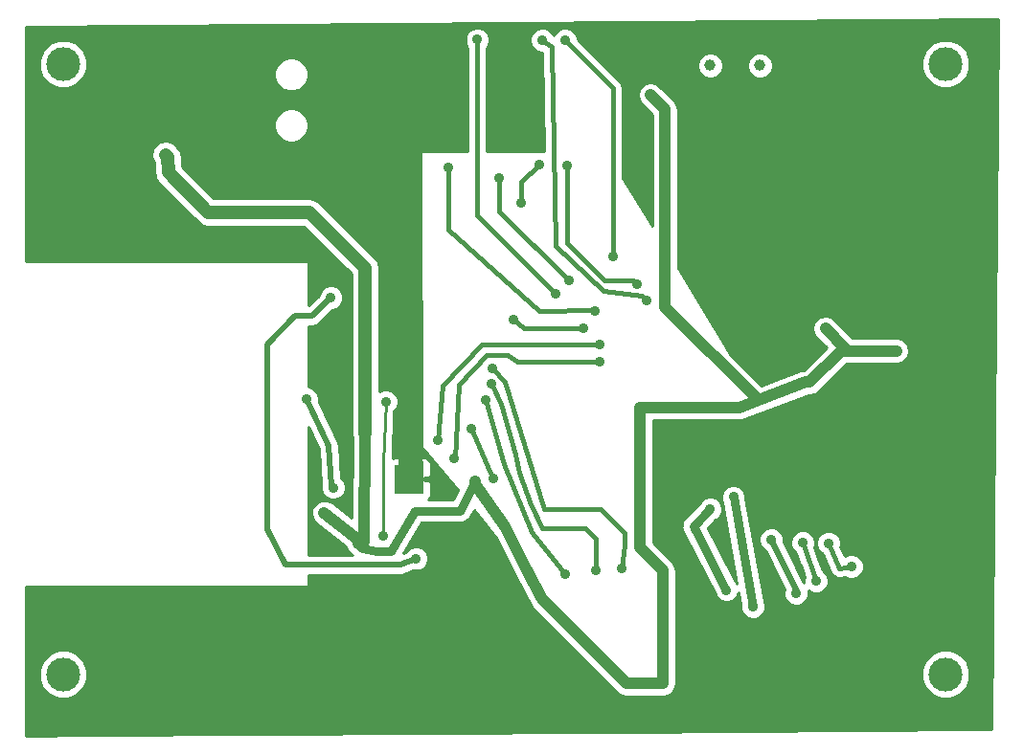
<source format=gbl>
G04 (created by PCBNEW (2013-08-24 BZR 4298)-stable) date Tue 08 Oct 2013 10:17:30 PM PDT*
%MOIN*%
G04 Gerber Fmt 3.4, Leading zero omitted, Abs format*
%FSLAX34Y34*%
G01*
G70*
G90*
G04 APERTURE LIST*
%ADD10C,0.005906*%
%ADD11C,0.031496*%
%ADD12R,0.098400X0.098400*%
%ADD13C,0.039400*%
%ADD14C,0.118110*%
%ADD15C,0.035000*%
%ADD16C,0.047244*%
%ADD17C,0.039370*%
%ADD18C,0.031496*%
%ADD19C,0.023622*%
%ADD20C,0.009843*%
%ADD21C,0.015748*%
%ADD22C,0.019685*%
%ADD23C,0.010000*%
G04 APERTURE END LIST*
G54D10*
G54D11*
X26618Y-42019D03*
X26318Y-41719D03*
X26318Y-42319D03*
X26918Y-41719D03*
X26918Y-42319D03*
G54D12*
X26618Y-42019D03*
G54D13*
X37076Y-27608D03*
X38808Y-27608D03*
G54D14*
X45275Y-27559D03*
X45275Y-48818D03*
X14566Y-48818D03*
X14566Y-27559D03*
G54D15*
X24984Y-44240D03*
X41090Y-36779D03*
X35003Y-28645D03*
X43570Y-37551D03*
X18133Y-30720D03*
X35440Y-49149D03*
X40409Y-38649D03*
X28917Y-42106D03*
X25078Y-40440D03*
X23649Y-43200D03*
X25700Y-44000D03*
X25799Y-39330D03*
X27602Y-40665D03*
X33228Y-37338D03*
X28177Y-41307D03*
X33240Y-37933D03*
X29547Y-41984D03*
X28771Y-40251D03*
X22480Y-46350D03*
X38200Y-37539D03*
X37185Y-31035D03*
X45673Y-37303D03*
X41629Y-39921D03*
X19066Y-27181D03*
X42011Y-35011D03*
X41389Y-42657D03*
X37141Y-46618D03*
X35350Y-43322D03*
X27775Y-45724D03*
X41098Y-31291D03*
X26425Y-37311D03*
X30240Y-46409D03*
X37086Y-43070D03*
X37653Y-45885D03*
X37889Y-42649D03*
X38578Y-46468D03*
X23881Y-35700D03*
X26850Y-44791D03*
X34007Y-45141D03*
X29519Y-38157D03*
X33118Y-45196D03*
X29480Y-38700D03*
X32031Y-45318D03*
X29271Y-39251D03*
X40078Y-46003D03*
X39208Y-44129D03*
X40303Y-44236D03*
X40771Y-45570D03*
X41204Y-44251D03*
X42000Y-45066D03*
X33055Y-36177D03*
X27984Y-31173D03*
X32031Y-26728D03*
X33704Y-34259D03*
X32681Y-36771D03*
X30228Y-36476D03*
X32165Y-35098D03*
X29751Y-31531D03*
X31708Y-35567D03*
X28980Y-26716D03*
X31129Y-31070D03*
X30519Y-32409D03*
X34854Y-35803D03*
X31244Y-26728D03*
X34539Y-35220D03*
X32098Y-31086D03*
X23039Y-39240D03*
X23968Y-42322D03*
G54D16*
X25078Y-34669D02*
X25078Y-40440D01*
G54D17*
X41779Y-37468D02*
X41779Y-37551D01*
X41090Y-36779D02*
X41779Y-37468D01*
X35440Y-49149D02*
X35440Y-45204D01*
X34649Y-44413D02*
X34649Y-39531D01*
X35440Y-45204D02*
X34649Y-44413D01*
X35507Y-36031D02*
X38759Y-39282D01*
X35507Y-29149D02*
X35507Y-36031D01*
X35003Y-28645D02*
X35507Y-29149D01*
X40409Y-38649D02*
X40551Y-38649D01*
X40551Y-38649D02*
X41649Y-37551D01*
X41649Y-37551D02*
X41779Y-37551D01*
X41779Y-37551D02*
X43570Y-37551D01*
G54D16*
X23145Y-32736D02*
X25078Y-34669D01*
X19610Y-32736D02*
X23145Y-32736D01*
X18224Y-31350D02*
X19610Y-32736D01*
X18208Y-30795D02*
X18224Y-31350D01*
X18133Y-30720D02*
X18208Y-30795D01*
G54D17*
X28917Y-42106D02*
X28917Y-42204D01*
X28917Y-42204D02*
X29933Y-43665D01*
X29933Y-43665D02*
X30129Y-44051D01*
X30129Y-44051D02*
X30661Y-45129D01*
X30661Y-45129D02*
X31228Y-46208D01*
X31228Y-46208D02*
X34169Y-49149D01*
X34169Y-49149D02*
X35440Y-49149D01*
X34649Y-39531D02*
X38110Y-39531D01*
X38110Y-39531D02*
X38759Y-39282D01*
X38759Y-39282D02*
X40409Y-38649D01*
G54D18*
X28917Y-42106D02*
X28381Y-43133D01*
X28381Y-43133D02*
X26807Y-43125D01*
X26807Y-43125D02*
X25972Y-44539D01*
X25972Y-44539D02*
X25456Y-44539D01*
X25456Y-44539D02*
X24984Y-44421D01*
X24984Y-44421D02*
X24877Y-44350D01*
X24877Y-44350D02*
X24984Y-44240D01*
G54D19*
X24996Y-44263D02*
X24826Y-44267D01*
X24996Y-44251D02*
X24996Y-44263D01*
X24984Y-44240D02*
X24996Y-44251D01*
G54D17*
X25082Y-40437D02*
X25082Y-40425D01*
X25043Y-44204D02*
X24826Y-44267D01*
X25082Y-40425D02*
X25043Y-44204D01*
X25078Y-40440D02*
X25082Y-40437D01*
X24826Y-44267D02*
X24992Y-44255D01*
X24992Y-44255D02*
X23649Y-43200D01*
G54D20*
X25720Y-41449D02*
X25700Y-44000D01*
X25799Y-39330D02*
X25720Y-41449D01*
G54D21*
X27602Y-40665D02*
X27614Y-40653D01*
X27614Y-40653D02*
X27759Y-38759D01*
X27759Y-38759D02*
X29149Y-37350D01*
X29149Y-37350D02*
X33228Y-37338D01*
X28177Y-41307D02*
X28188Y-41295D01*
X28188Y-41295D02*
X28338Y-38720D01*
X28338Y-38720D02*
X29307Y-37696D01*
X29307Y-37696D02*
X30027Y-37696D01*
X30027Y-37696D02*
X30374Y-37933D01*
X30374Y-37933D02*
X33240Y-37933D01*
X29401Y-41748D02*
X29547Y-41984D01*
X28771Y-40251D02*
X29401Y-41748D01*
G54D17*
X26918Y-41719D02*
X26918Y-41453D01*
X26918Y-41453D02*
X26425Y-40960D01*
X26425Y-37311D02*
X26425Y-40960D01*
X26425Y-40960D02*
X26425Y-41612D01*
X26425Y-41612D02*
X26318Y-41719D01*
G54D22*
X22480Y-46350D02*
X22468Y-46350D01*
G54D20*
X38200Y-37539D02*
X38200Y-37527D01*
G54D17*
X45673Y-37303D02*
X45673Y-37275D01*
G54D20*
X41629Y-39921D02*
X41629Y-39909D01*
G54D17*
X20488Y-27811D02*
X19696Y-27811D01*
X19696Y-27811D02*
X19066Y-27181D01*
G54D22*
X42011Y-35011D02*
X42019Y-35011D01*
X41409Y-42677D02*
X41429Y-42677D01*
X41389Y-42657D02*
X41409Y-42677D01*
X37141Y-46618D02*
X37114Y-46645D01*
G54D20*
X35350Y-43322D02*
X35350Y-43326D01*
G54D21*
X27775Y-45724D02*
X27763Y-45736D01*
X27763Y-45736D02*
X27763Y-45740D01*
G54D18*
X41098Y-31291D02*
X41098Y-31303D01*
G54D17*
X26460Y-37275D02*
X26460Y-37204D01*
X26425Y-37311D02*
X26460Y-37275D01*
G54D18*
X30228Y-46397D02*
X30228Y-46393D01*
X30240Y-46409D02*
X30228Y-46397D01*
X37086Y-43070D02*
X36492Y-43665D01*
X36492Y-43665D02*
X37653Y-45885D01*
X37889Y-42649D02*
X38578Y-46468D01*
G54D22*
X23881Y-35700D02*
X23232Y-36350D01*
X23232Y-36350D02*
X22629Y-36350D01*
X22629Y-36350D02*
X21661Y-37318D01*
X21661Y-37318D02*
X21661Y-43759D01*
X21661Y-43759D02*
X22299Y-45015D01*
X22299Y-45015D02*
X26295Y-45015D01*
X26295Y-45015D02*
X26850Y-44791D01*
G54D21*
X34098Y-44287D02*
X34007Y-45141D01*
X34098Y-43889D02*
X34098Y-44287D01*
X33263Y-43055D02*
X34098Y-43889D01*
X31287Y-43055D02*
X33263Y-43055D01*
X29940Y-38627D02*
X31287Y-43055D01*
X29519Y-38157D02*
X29940Y-38627D01*
X33118Y-44098D02*
X33118Y-45196D01*
X32744Y-43724D02*
X33118Y-44098D01*
X31244Y-43724D02*
X32744Y-43724D01*
X30838Y-42885D02*
X31244Y-43724D01*
X30433Y-41814D02*
X30838Y-42885D01*
X30299Y-41161D02*
X30433Y-41814D01*
X29818Y-39401D02*
X30299Y-41161D01*
X29480Y-38700D02*
X29818Y-39401D01*
X30885Y-43874D02*
X32031Y-45318D01*
X29893Y-41500D02*
X30885Y-43874D01*
X29271Y-39251D02*
X29893Y-41500D01*
G54D22*
X40078Y-45881D02*
X40078Y-46003D01*
X39208Y-44129D02*
X40078Y-45881D01*
G54D21*
X40531Y-44897D02*
X40303Y-44236D01*
X40531Y-44897D02*
X40771Y-45570D01*
X41204Y-44251D02*
X41578Y-45141D01*
X41578Y-45141D02*
X42000Y-45066D01*
X33022Y-36144D02*
X33055Y-36177D01*
X33022Y-36144D02*
X31141Y-36161D01*
X31141Y-36161D02*
X27984Y-33330D01*
X27984Y-33330D02*
X27984Y-31173D01*
X32031Y-26728D02*
X33704Y-28401D01*
X33704Y-28401D02*
X33704Y-34259D01*
X32681Y-36771D02*
X30598Y-36771D01*
X30598Y-36771D02*
X30228Y-36476D01*
X29751Y-32685D02*
X29751Y-31531D01*
X32165Y-35098D02*
X29751Y-32685D01*
X28980Y-32838D02*
X31708Y-35567D01*
X28980Y-32838D02*
X28980Y-26716D01*
X31129Y-31070D02*
X30519Y-31681D01*
X30519Y-31681D02*
X30519Y-32409D01*
X34854Y-35803D02*
X34692Y-35641D01*
X34692Y-35641D02*
X33379Y-35475D01*
X33379Y-35475D02*
X31720Y-33909D01*
X31559Y-26960D02*
X31244Y-26728D01*
X31720Y-33909D02*
X31559Y-26960D01*
X34539Y-35220D02*
X34409Y-35090D01*
X34409Y-35090D02*
X33393Y-35090D01*
X33393Y-35090D02*
X32098Y-33795D01*
X32098Y-33795D02*
X32098Y-31086D01*
G54D22*
X23815Y-40870D02*
X23039Y-39240D01*
X23901Y-42255D02*
X23815Y-40870D01*
X23968Y-42322D02*
X23901Y-42255D01*
G54D10*
G36*
X26694Y-42025D02*
X26642Y-42077D01*
X26594Y-42077D01*
X26560Y-42043D01*
X26560Y-41995D01*
X26612Y-41943D01*
X26618Y-41948D01*
X26623Y-41943D01*
X26694Y-42014D01*
X26688Y-42019D01*
X26694Y-42025D01*
X26694Y-42025D01*
G37*
G54D23*
X26694Y-42025D02*
X26642Y-42077D01*
X26594Y-42077D01*
X26560Y-42043D01*
X26560Y-41995D01*
X26612Y-41943D01*
X26618Y-41948D01*
X26623Y-41943D01*
X26694Y-42014D01*
X26688Y-42019D01*
X26694Y-42025D01*
G54D10*
G36*
X47106Y-25997D02*
X46869Y-50745D01*
X46116Y-50750D01*
X46116Y-48652D01*
X46116Y-27392D01*
X45988Y-27083D01*
X45752Y-26846D01*
X45443Y-26718D01*
X45109Y-26718D01*
X44800Y-26846D01*
X44563Y-27082D01*
X44435Y-27391D01*
X44434Y-27725D01*
X44562Y-28034D01*
X44798Y-28271D01*
X45107Y-28399D01*
X45442Y-28399D01*
X45751Y-28272D01*
X45987Y-28035D01*
X46115Y-27726D01*
X46116Y-27392D01*
X46116Y-48652D01*
X45988Y-48343D01*
X45752Y-48106D01*
X45443Y-47978D01*
X45109Y-47978D01*
X44800Y-48105D01*
X44563Y-48342D01*
X44435Y-48650D01*
X44434Y-48985D01*
X44562Y-49294D01*
X44798Y-49531D01*
X45107Y-49659D01*
X45442Y-49659D01*
X45751Y-49531D01*
X45987Y-49295D01*
X46115Y-48986D01*
X46116Y-48652D01*
X46116Y-50750D01*
X42425Y-50773D01*
X42425Y-44982D01*
X42360Y-44826D01*
X42241Y-44706D01*
X42084Y-44642D01*
X41915Y-44641D01*
X41759Y-44706D01*
X41754Y-44711D01*
X41613Y-44375D01*
X41629Y-44336D01*
X41629Y-44167D01*
X41565Y-44011D01*
X41445Y-43891D01*
X41289Y-43827D01*
X41120Y-43826D01*
X40964Y-43891D01*
X40844Y-44010D01*
X40779Y-44167D01*
X40779Y-44336D01*
X40844Y-44492D01*
X40963Y-44612D01*
X41007Y-44630D01*
X41275Y-45269D01*
X41291Y-45292D01*
X41301Y-45318D01*
X41327Y-45345D01*
X41347Y-45375D01*
X41371Y-45390D01*
X41390Y-45411D01*
X41424Y-45425D01*
X41454Y-45446D01*
X41482Y-45451D01*
X41507Y-45462D01*
X41544Y-45463D01*
X41580Y-45470D01*
X41608Y-45464D01*
X41636Y-45465D01*
X41786Y-45438D01*
X41915Y-45491D01*
X42084Y-45492D01*
X42240Y-45427D01*
X42360Y-45307D01*
X42424Y-45151D01*
X42425Y-44982D01*
X42425Y-50773D01*
X41196Y-50781D01*
X41196Y-45486D01*
X41132Y-45330D01*
X41012Y-45210D01*
X40988Y-45200D01*
X40841Y-44788D01*
X40701Y-44384D01*
X40728Y-44321D01*
X40728Y-44152D01*
X40663Y-43995D01*
X40544Y-43876D01*
X40388Y-43811D01*
X40218Y-43811D01*
X40062Y-43875D01*
X39943Y-43995D01*
X39878Y-44151D01*
X39878Y-44320D01*
X39942Y-44476D01*
X40062Y-44596D01*
X40082Y-44604D01*
X40220Y-45004D01*
X40221Y-45006D01*
X40221Y-45008D01*
X40371Y-45426D01*
X40346Y-45485D01*
X40346Y-45637D01*
X39633Y-44202D01*
X39633Y-44045D01*
X39569Y-43889D01*
X39449Y-43769D01*
X39293Y-43704D01*
X39124Y-43704D01*
X38968Y-43769D01*
X38848Y-43888D01*
X38783Y-44045D01*
X38783Y-44214D01*
X38848Y-44370D01*
X38967Y-44490D01*
X39006Y-44506D01*
X39678Y-45859D01*
X39653Y-45919D01*
X39653Y-46088D01*
X39718Y-46244D01*
X39837Y-46364D01*
X39993Y-46428D01*
X40162Y-46429D01*
X40319Y-46364D01*
X40438Y-46244D01*
X40503Y-46088D01*
X40503Y-45919D01*
X40492Y-45893D01*
X40530Y-45930D01*
X40686Y-45995D01*
X40855Y-45995D01*
X41012Y-45931D01*
X41131Y-45811D01*
X41196Y-45655D01*
X41196Y-45486D01*
X41196Y-50781D01*
X39003Y-50795D01*
X39003Y-46384D01*
X38957Y-46271D01*
X38314Y-42709D01*
X38314Y-42565D01*
X38250Y-42409D01*
X38130Y-42289D01*
X37974Y-42224D01*
X37805Y-42224D01*
X37649Y-42289D01*
X37529Y-42408D01*
X37464Y-42564D01*
X37464Y-42733D01*
X37511Y-42846D01*
X38017Y-45654D01*
X38014Y-45645D01*
X37958Y-45589D01*
X36991Y-43741D01*
X37284Y-43448D01*
X37327Y-43431D01*
X37446Y-43311D01*
X37511Y-43155D01*
X37511Y-42986D01*
X37447Y-42830D01*
X37327Y-42710D01*
X37171Y-42645D01*
X37002Y-42645D01*
X36846Y-42710D01*
X36726Y-42829D01*
X36708Y-42872D01*
X36203Y-43377D01*
X36193Y-43392D01*
X36179Y-43404D01*
X36149Y-43458D01*
X36115Y-43509D01*
X36112Y-43527D01*
X36103Y-43543D01*
X36096Y-43604D01*
X36084Y-43665D01*
X36088Y-43683D01*
X36086Y-43701D01*
X36103Y-43760D01*
X36115Y-43821D01*
X36125Y-43836D01*
X36131Y-43854D01*
X37228Y-45952D01*
X37228Y-45969D01*
X37293Y-46126D01*
X37412Y-46245D01*
X37568Y-46310D01*
X37737Y-46310D01*
X37893Y-46246D01*
X38013Y-46126D01*
X38075Y-45976D01*
X38153Y-46408D01*
X38153Y-46552D01*
X38218Y-46708D01*
X38337Y-46828D01*
X38493Y-46893D01*
X38662Y-46893D01*
X38819Y-46829D01*
X38938Y-46709D01*
X39003Y-46553D01*
X39003Y-46384D01*
X39003Y-50795D01*
X15407Y-50944D01*
X15407Y-48652D01*
X15279Y-48343D01*
X15043Y-48106D01*
X14734Y-47978D01*
X14400Y-47978D01*
X14091Y-48105D01*
X13854Y-48342D01*
X13726Y-48650D01*
X13726Y-48985D01*
X13853Y-49294D01*
X14090Y-49531D01*
X14398Y-49659D01*
X14733Y-49659D01*
X15042Y-49531D01*
X15279Y-49295D01*
X15407Y-48986D01*
X15407Y-48652D01*
X15407Y-50944D01*
X13269Y-50957D01*
X13269Y-45751D01*
X23113Y-45751D01*
X23113Y-45364D01*
X26295Y-45364D01*
X26360Y-45351D01*
X26425Y-45338D01*
X26747Y-45208D01*
X26765Y-45216D01*
X26934Y-45216D01*
X27090Y-45151D01*
X27210Y-45032D01*
X27275Y-44876D01*
X27275Y-44707D01*
X27210Y-44550D01*
X27091Y-44431D01*
X26935Y-44366D01*
X26766Y-44366D01*
X26609Y-44430D01*
X26490Y-44550D01*
X26484Y-44563D01*
X26414Y-44591D01*
X27038Y-43534D01*
X28379Y-43541D01*
X28441Y-43529D01*
X28504Y-43522D01*
X28519Y-43514D01*
X28535Y-43511D01*
X28588Y-43476D01*
X28643Y-43446D01*
X28654Y-43432D01*
X28668Y-43423D01*
X28703Y-43371D01*
X28743Y-43322D01*
X28856Y-43105D01*
X29631Y-44057D01*
X29730Y-44251D01*
X30260Y-45327D01*
X30264Y-45332D01*
X30265Y-45337D01*
X30832Y-46416D01*
X30875Y-46468D01*
X30912Y-46524D01*
X33853Y-49465D01*
X33998Y-49562D01*
X34169Y-49596D01*
X35440Y-49596D01*
X35611Y-49562D01*
X35756Y-49465D01*
X35853Y-49320D01*
X35887Y-49149D01*
X35887Y-45204D01*
X35853Y-45033D01*
X35853Y-45033D01*
X35756Y-44888D01*
X35096Y-44228D01*
X35096Y-39978D01*
X38110Y-39978D01*
X38190Y-39962D01*
X38270Y-39948D01*
X38919Y-39699D01*
X40492Y-39096D01*
X40551Y-39096D01*
X40722Y-39062D01*
X40722Y-39062D01*
X40867Y-38965D01*
X41834Y-37998D01*
X43570Y-37998D01*
X43741Y-37964D01*
X43886Y-37867D01*
X43983Y-37722D01*
X44017Y-37551D01*
X43983Y-37380D01*
X43886Y-37235D01*
X43741Y-37138D01*
X43570Y-37104D01*
X42047Y-37104D01*
X41406Y-36463D01*
X41261Y-36366D01*
X41090Y-36332D01*
X40919Y-36366D01*
X40774Y-36463D01*
X40677Y-36608D01*
X40643Y-36779D01*
X40677Y-36950D01*
X40774Y-37095D01*
X41123Y-37444D01*
X40355Y-38213D01*
X40329Y-38218D01*
X40249Y-38232D01*
X39255Y-38613D01*
X39255Y-27519D01*
X39188Y-27355D01*
X39062Y-27229D01*
X38898Y-27161D01*
X38720Y-27160D01*
X38556Y-27228D01*
X38430Y-27354D01*
X38361Y-27518D01*
X38361Y-27696D01*
X38429Y-27860D01*
X38555Y-27986D01*
X38719Y-28054D01*
X38897Y-28055D01*
X39061Y-27987D01*
X39187Y-27861D01*
X39255Y-27697D01*
X39255Y-27519D01*
X39255Y-38613D01*
X38869Y-38761D01*
X37768Y-37659D01*
X37523Y-37258D01*
X37523Y-27519D01*
X37456Y-27355D01*
X37330Y-27229D01*
X37166Y-27161D01*
X36988Y-27160D01*
X36824Y-27228D01*
X36698Y-27354D01*
X36629Y-27518D01*
X36629Y-27696D01*
X36697Y-27860D01*
X36823Y-27986D01*
X36987Y-28054D01*
X37165Y-28055D01*
X37329Y-27987D01*
X37455Y-27861D01*
X37523Y-27697D01*
X37523Y-27519D01*
X37523Y-37258D01*
X35954Y-34679D01*
X35954Y-29149D01*
X35920Y-28978D01*
X35823Y-28833D01*
X35319Y-28329D01*
X35174Y-28232D01*
X35003Y-28198D01*
X34832Y-28232D01*
X34687Y-28329D01*
X34591Y-28474D01*
X34557Y-28645D01*
X34591Y-28816D01*
X34687Y-28961D01*
X35061Y-29334D01*
X35061Y-33210D01*
X34033Y-31521D01*
X34033Y-28401D01*
X34008Y-28275D01*
X34008Y-28275D01*
X33937Y-28169D01*
X32456Y-26688D01*
X32456Y-26644D01*
X32392Y-26487D01*
X32272Y-26368D01*
X32116Y-26303D01*
X31947Y-26303D01*
X31791Y-26367D01*
X31671Y-26487D01*
X31637Y-26568D01*
X31604Y-26487D01*
X31485Y-26368D01*
X31329Y-26303D01*
X31159Y-26303D01*
X31003Y-26367D01*
X30884Y-26487D01*
X30819Y-26643D01*
X30819Y-26812D01*
X30883Y-26968D01*
X31003Y-27088D01*
X31159Y-27153D01*
X31234Y-27153D01*
X31315Y-30614D01*
X29309Y-30607D01*
X29309Y-26988D01*
X29340Y-26957D01*
X29405Y-26801D01*
X29405Y-26632D01*
X29340Y-26476D01*
X29221Y-26356D01*
X29065Y-26291D01*
X28896Y-26291D01*
X28739Y-26356D01*
X28620Y-26475D01*
X28555Y-26631D01*
X28555Y-26800D01*
X28619Y-26956D01*
X28651Y-26988D01*
X28651Y-30604D01*
X26999Y-30598D01*
X27052Y-40890D01*
X28295Y-42417D01*
X28135Y-42725D01*
X27254Y-42720D01*
X27322Y-42653D01*
X27360Y-42561D01*
X27360Y-42461D01*
X27360Y-42132D01*
X27297Y-42069D01*
X27121Y-42069D01*
X27124Y-42042D01*
X27129Y-42037D01*
X27127Y-42019D01*
X27129Y-42002D01*
X27124Y-41997D01*
X27121Y-41969D01*
X27297Y-41969D01*
X27360Y-41907D01*
X27360Y-41577D01*
X27360Y-41477D01*
X27322Y-41386D01*
X27251Y-41315D01*
X27159Y-41277D01*
X26730Y-41277D01*
X26668Y-41340D01*
X26668Y-41516D01*
X26640Y-41512D01*
X26635Y-41507D01*
X26618Y-41510D01*
X26600Y-41507D01*
X26595Y-41512D01*
X26568Y-41516D01*
X26568Y-41340D01*
X26505Y-41277D01*
X26076Y-41277D01*
X26025Y-41298D01*
X26086Y-39643D01*
X26159Y-39571D01*
X26224Y-39415D01*
X26224Y-39246D01*
X26159Y-39090D01*
X26040Y-38970D01*
X25884Y-38905D01*
X25715Y-38905D01*
X25564Y-38967D01*
X25564Y-34669D01*
X25527Y-34483D01*
X25422Y-34325D01*
X23489Y-32392D01*
X23331Y-32287D01*
X23145Y-32250D01*
X23088Y-32250D01*
X23088Y-29585D01*
X23088Y-27813D01*
X22999Y-27598D01*
X22835Y-27433D01*
X22620Y-27344D01*
X22388Y-27344D01*
X22173Y-27433D01*
X22008Y-27597D01*
X21919Y-27812D01*
X21919Y-28044D01*
X22008Y-28259D01*
X22172Y-28424D01*
X22387Y-28513D01*
X22619Y-28513D01*
X22834Y-28425D01*
X22999Y-28260D01*
X23088Y-28045D01*
X23088Y-27813D01*
X23088Y-29585D01*
X22999Y-29370D01*
X22835Y-29205D01*
X22620Y-29116D01*
X22388Y-29116D01*
X22173Y-29204D01*
X22008Y-29369D01*
X21919Y-29583D01*
X21919Y-29816D01*
X22008Y-30031D01*
X22172Y-30196D01*
X22387Y-30285D01*
X22619Y-30285D01*
X22834Y-30196D01*
X22999Y-30032D01*
X23088Y-29817D01*
X23088Y-29585D01*
X23088Y-32250D01*
X19811Y-32250D01*
X18704Y-31143D01*
X18694Y-30781D01*
X18675Y-30695D01*
X18657Y-30609D01*
X18653Y-30603D01*
X18652Y-30596D01*
X18601Y-30524D01*
X18552Y-30451D01*
X18477Y-30376D01*
X18319Y-30271D01*
X18133Y-30234D01*
X17947Y-30271D01*
X17790Y-30376D01*
X17684Y-30534D01*
X17647Y-30720D01*
X17684Y-30906D01*
X17727Y-30970D01*
X17738Y-31364D01*
X17758Y-31450D01*
X17775Y-31536D01*
X17779Y-31542D01*
X17780Y-31549D01*
X17831Y-31620D01*
X17880Y-31694D01*
X19266Y-33080D01*
X19424Y-33185D01*
X19610Y-33222D01*
X22944Y-33222D01*
X24592Y-34870D01*
X24592Y-40440D01*
X24629Y-40627D01*
X24633Y-40633D01*
X24604Y-43383D01*
X23925Y-42849D01*
X23770Y-42770D01*
X23596Y-42757D01*
X23430Y-42811D01*
X23298Y-42924D01*
X23219Y-43080D01*
X23205Y-43253D01*
X23260Y-43419D01*
X23373Y-43552D01*
X24394Y-44354D01*
X24397Y-44392D01*
X24416Y-44428D01*
X24427Y-44467D01*
X24456Y-44505D01*
X24478Y-44547D01*
X24509Y-44573D01*
X24534Y-44605D01*
X24575Y-44628D01*
X24611Y-44659D01*
X24626Y-44664D01*
X24629Y-44667D01*
X23113Y-44667D01*
X23113Y-40205D01*
X23472Y-40959D01*
X23550Y-42221D01*
X23543Y-42237D01*
X23543Y-42407D01*
X23607Y-42563D01*
X23727Y-42682D01*
X23883Y-42747D01*
X24052Y-42747D01*
X24208Y-42683D01*
X24328Y-42563D01*
X24393Y-42407D01*
X24393Y-42238D01*
X24329Y-42082D01*
X24234Y-41987D01*
X24163Y-40848D01*
X24146Y-40784D01*
X24130Y-40720D01*
X23464Y-39321D01*
X23464Y-39155D01*
X23399Y-38999D01*
X23280Y-38880D01*
X23124Y-38815D01*
X23113Y-38815D01*
X23113Y-36698D01*
X23232Y-36698D01*
X23232Y-36698D01*
X23232Y-36698D01*
X23343Y-36676D01*
X23365Y-36672D01*
X23365Y-36672D01*
X23478Y-36596D01*
X23949Y-36125D01*
X23966Y-36125D01*
X24122Y-36061D01*
X24241Y-35941D01*
X24306Y-35785D01*
X24306Y-35616D01*
X24242Y-35460D01*
X24122Y-35340D01*
X23966Y-35275D01*
X23797Y-35275D01*
X23641Y-35340D01*
X23521Y-35459D01*
X23456Y-35615D01*
X23456Y-35632D01*
X23113Y-35976D01*
X23113Y-34445D01*
X15407Y-34445D01*
X15407Y-27392D01*
X15279Y-27083D01*
X15043Y-26846D01*
X14734Y-26718D01*
X14400Y-26718D01*
X14091Y-26846D01*
X13854Y-27082D01*
X13726Y-27391D01*
X13726Y-27725D01*
X13853Y-28034D01*
X14090Y-28271D01*
X14398Y-28399D01*
X14733Y-28399D01*
X15042Y-28272D01*
X15279Y-28035D01*
X15407Y-27726D01*
X15407Y-27392D01*
X15407Y-34445D01*
X13269Y-34445D01*
X13269Y-26260D01*
X47106Y-25997D01*
X47106Y-25997D01*
G37*
G54D23*
X47106Y-25997D02*
X46869Y-50745D01*
X46116Y-50750D01*
X46116Y-48652D01*
X46116Y-27392D01*
X45988Y-27083D01*
X45752Y-26846D01*
X45443Y-26718D01*
X45109Y-26718D01*
X44800Y-26846D01*
X44563Y-27082D01*
X44435Y-27391D01*
X44434Y-27725D01*
X44562Y-28034D01*
X44798Y-28271D01*
X45107Y-28399D01*
X45442Y-28399D01*
X45751Y-28272D01*
X45987Y-28035D01*
X46115Y-27726D01*
X46116Y-27392D01*
X46116Y-48652D01*
X45988Y-48343D01*
X45752Y-48106D01*
X45443Y-47978D01*
X45109Y-47978D01*
X44800Y-48105D01*
X44563Y-48342D01*
X44435Y-48650D01*
X44434Y-48985D01*
X44562Y-49294D01*
X44798Y-49531D01*
X45107Y-49659D01*
X45442Y-49659D01*
X45751Y-49531D01*
X45987Y-49295D01*
X46115Y-48986D01*
X46116Y-48652D01*
X46116Y-50750D01*
X42425Y-50773D01*
X42425Y-44982D01*
X42360Y-44826D01*
X42241Y-44706D01*
X42084Y-44642D01*
X41915Y-44641D01*
X41759Y-44706D01*
X41754Y-44711D01*
X41613Y-44375D01*
X41629Y-44336D01*
X41629Y-44167D01*
X41565Y-44011D01*
X41445Y-43891D01*
X41289Y-43827D01*
X41120Y-43826D01*
X40964Y-43891D01*
X40844Y-44010D01*
X40779Y-44167D01*
X40779Y-44336D01*
X40844Y-44492D01*
X40963Y-44612D01*
X41007Y-44630D01*
X41275Y-45269D01*
X41291Y-45292D01*
X41301Y-45318D01*
X41327Y-45345D01*
X41347Y-45375D01*
X41371Y-45390D01*
X41390Y-45411D01*
X41424Y-45425D01*
X41454Y-45446D01*
X41482Y-45451D01*
X41507Y-45462D01*
X41544Y-45463D01*
X41580Y-45470D01*
X41608Y-45464D01*
X41636Y-45465D01*
X41786Y-45438D01*
X41915Y-45491D01*
X42084Y-45492D01*
X42240Y-45427D01*
X42360Y-45307D01*
X42424Y-45151D01*
X42425Y-44982D01*
X42425Y-50773D01*
X41196Y-50781D01*
X41196Y-45486D01*
X41132Y-45330D01*
X41012Y-45210D01*
X40988Y-45200D01*
X40841Y-44788D01*
X40701Y-44384D01*
X40728Y-44321D01*
X40728Y-44152D01*
X40663Y-43995D01*
X40544Y-43876D01*
X40388Y-43811D01*
X40218Y-43811D01*
X40062Y-43875D01*
X39943Y-43995D01*
X39878Y-44151D01*
X39878Y-44320D01*
X39942Y-44476D01*
X40062Y-44596D01*
X40082Y-44604D01*
X40220Y-45004D01*
X40221Y-45006D01*
X40221Y-45008D01*
X40371Y-45426D01*
X40346Y-45485D01*
X40346Y-45637D01*
X39633Y-44202D01*
X39633Y-44045D01*
X39569Y-43889D01*
X39449Y-43769D01*
X39293Y-43704D01*
X39124Y-43704D01*
X38968Y-43769D01*
X38848Y-43888D01*
X38783Y-44045D01*
X38783Y-44214D01*
X38848Y-44370D01*
X38967Y-44490D01*
X39006Y-44506D01*
X39678Y-45859D01*
X39653Y-45919D01*
X39653Y-46088D01*
X39718Y-46244D01*
X39837Y-46364D01*
X39993Y-46428D01*
X40162Y-46429D01*
X40319Y-46364D01*
X40438Y-46244D01*
X40503Y-46088D01*
X40503Y-45919D01*
X40492Y-45893D01*
X40530Y-45930D01*
X40686Y-45995D01*
X40855Y-45995D01*
X41012Y-45931D01*
X41131Y-45811D01*
X41196Y-45655D01*
X41196Y-45486D01*
X41196Y-50781D01*
X39003Y-50795D01*
X39003Y-46384D01*
X38957Y-46271D01*
X38314Y-42709D01*
X38314Y-42565D01*
X38250Y-42409D01*
X38130Y-42289D01*
X37974Y-42224D01*
X37805Y-42224D01*
X37649Y-42289D01*
X37529Y-42408D01*
X37464Y-42564D01*
X37464Y-42733D01*
X37511Y-42846D01*
X38017Y-45654D01*
X38014Y-45645D01*
X37958Y-45589D01*
X36991Y-43741D01*
X37284Y-43448D01*
X37327Y-43431D01*
X37446Y-43311D01*
X37511Y-43155D01*
X37511Y-42986D01*
X37447Y-42830D01*
X37327Y-42710D01*
X37171Y-42645D01*
X37002Y-42645D01*
X36846Y-42710D01*
X36726Y-42829D01*
X36708Y-42872D01*
X36203Y-43377D01*
X36193Y-43392D01*
X36179Y-43404D01*
X36149Y-43458D01*
X36115Y-43509D01*
X36112Y-43527D01*
X36103Y-43543D01*
X36096Y-43604D01*
X36084Y-43665D01*
X36088Y-43683D01*
X36086Y-43701D01*
X36103Y-43760D01*
X36115Y-43821D01*
X36125Y-43836D01*
X36131Y-43854D01*
X37228Y-45952D01*
X37228Y-45969D01*
X37293Y-46126D01*
X37412Y-46245D01*
X37568Y-46310D01*
X37737Y-46310D01*
X37893Y-46246D01*
X38013Y-46126D01*
X38075Y-45976D01*
X38153Y-46408D01*
X38153Y-46552D01*
X38218Y-46708D01*
X38337Y-46828D01*
X38493Y-46893D01*
X38662Y-46893D01*
X38819Y-46829D01*
X38938Y-46709D01*
X39003Y-46553D01*
X39003Y-46384D01*
X39003Y-50795D01*
X15407Y-50944D01*
X15407Y-48652D01*
X15279Y-48343D01*
X15043Y-48106D01*
X14734Y-47978D01*
X14400Y-47978D01*
X14091Y-48105D01*
X13854Y-48342D01*
X13726Y-48650D01*
X13726Y-48985D01*
X13853Y-49294D01*
X14090Y-49531D01*
X14398Y-49659D01*
X14733Y-49659D01*
X15042Y-49531D01*
X15279Y-49295D01*
X15407Y-48986D01*
X15407Y-48652D01*
X15407Y-50944D01*
X13269Y-50957D01*
X13269Y-45751D01*
X23113Y-45751D01*
X23113Y-45364D01*
X26295Y-45364D01*
X26360Y-45351D01*
X26425Y-45338D01*
X26747Y-45208D01*
X26765Y-45216D01*
X26934Y-45216D01*
X27090Y-45151D01*
X27210Y-45032D01*
X27275Y-44876D01*
X27275Y-44707D01*
X27210Y-44550D01*
X27091Y-44431D01*
X26935Y-44366D01*
X26766Y-44366D01*
X26609Y-44430D01*
X26490Y-44550D01*
X26484Y-44563D01*
X26414Y-44591D01*
X27038Y-43534D01*
X28379Y-43541D01*
X28441Y-43529D01*
X28504Y-43522D01*
X28519Y-43514D01*
X28535Y-43511D01*
X28588Y-43476D01*
X28643Y-43446D01*
X28654Y-43432D01*
X28668Y-43423D01*
X28703Y-43371D01*
X28743Y-43322D01*
X28856Y-43105D01*
X29631Y-44057D01*
X29730Y-44251D01*
X30260Y-45327D01*
X30264Y-45332D01*
X30265Y-45337D01*
X30832Y-46416D01*
X30875Y-46468D01*
X30912Y-46524D01*
X33853Y-49465D01*
X33998Y-49562D01*
X34169Y-49596D01*
X35440Y-49596D01*
X35611Y-49562D01*
X35756Y-49465D01*
X35853Y-49320D01*
X35887Y-49149D01*
X35887Y-45204D01*
X35853Y-45033D01*
X35853Y-45033D01*
X35756Y-44888D01*
X35096Y-44228D01*
X35096Y-39978D01*
X38110Y-39978D01*
X38190Y-39962D01*
X38270Y-39948D01*
X38919Y-39699D01*
X40492Y-39096D01*
X40551Y-39096D01*
X40722Y-39062D01*
X40722Y-39062D01*
X40867Y-38965D01*
X41834Y-37998D01*
X43570Y-37998D01*
X43741Y-37964D01*
X43886Y-37867D01*
X43983Y-37722D01*
X44017Y-37551D01*
X43983Y-37380D01*
X43886Y-37235D01*
X43741Y-37138D01*
X43570Y-37104D01*
X42047Y-37104D01*
X41406Y-36463D01*
X41261Y-36366D01*
X41090Y-36332D01*
X40919Y-36366D01*
X40774Y-36463D01*
X40677Y-36608D01*
X40643Y-36779D01*
X40677Y-36950D01*
X40774Y-37095D01*
X41123Y-37444D01*
X40355Y-38213D01*
X40329Y-38218D01*
X40249Y-38232D01*
X39255Y-38613D01*
X39255Y-27519D01*
X39188Y-27355D01*
X39062Y-27229D01*
X38898Y-27161D01*
X38720Y-27160D01*
X38556Y-27228D01*
X38430Y-27354D01*
X38361Y-27518D01*
X38361Y-27696D01*
X38429Y-27860D01*
X38555Y-27986D01*
X38719Y-28054D01*
X38897Y-28055D01*
X39061Y-27987D01*
X39187Y-27861D01*
X39255Y-27697D01*
X39255Y-27519D01*
X39255Y-38613D01*
X38869Y-38761D01*
X37768Y-37659D01*
X37523Y-37258D01*
X37523Y-27519D01*
X37456Y-27355D01*
X37330Y-27229D01*
X37166Y-27161D01*
X36988Y-27160D01*
X36824Y-27228D01*
X36698Y-27354D01*
X36629Y-27518D01*
X36629Y-27696D01*
X36697Y-27860D01*
X36823Y-27986D01*
X36987Y-28054D01*
X37165Y-28055D01*
X37329Y-27987D01*
X37455Y-27861D01*
X37523Y-27697D01*
X37523Y-27519D01*
X37523Y-37258D01*
X35954Y-34679D01*
X35954Y-29149D01*
X35920Y-28978D01*
X35823Y-28833D01*
X35319Y-28329D01*
X35174Y-28232D01*
X35003Y-28198D01*
X34832Y-28232D01*
X34687Y-28329D01*
X34591Y-28474D01*
X34557Y-28645D01*
X34591Y-28816D01*
X34687Y-28961D01*
X35061Y-29334D01*
X35061Y-33210D01*
X34033Y-31521D01*
X34033Y-28401D01*
X34008Y-28275D01*
X34008Y-28275D01*
X33937Y-28169D01*
X32456Y-26688D01*
X32456Y-26644D01*
X32392Y-26487D01*
X32272Y-26368D01*
X32116Y-26303D01*
X31947Y-26303D01*
X31791Y-26367D01*
X31671Y-26487D01*
X31637Y-26568D01*
X31604Y-26487D01*
X31485Y-26368D01*
X31329Y-26303D01*
X31159Y-26303D01*
X31003Y-26367D01*
X30884Y-26487D01*
X30819Y-26643D01*
X30819Y-26812D01*
X30883Y-26968D01*
X31003Y-27088D01*
X31159Y-27153D01*
X31234Y-27153D01*
X31315Y-30614D01*
X29309Y-30607D01*
X29309Y-26988D01*
X29340Y-26957D01*
X29405Y-26801D01*
X29405Y-26632D01*
X29340Y-26476D01*
X29221Y-26356D01*
X29065Y-26291D01*
X28896Y-26291D01*
X28739Y-26356D01*
X28620Y-26475D01*
X28555Y-26631D01*
X28555Y-26800D01*
X28619Y-26956D01*
X28651Y-26988D01*
X28651Y-30604D01*
X26999Y-30598D01*
X27052Y-40890D01*
X28295Y-42417D01*
X28135Y-42725D01*
X27254Y-42720D01*
X27322Y-42653D01*
X27360Y-42561D01*
X27360Y-42461D01*
X27360Y-42132D01*
X27297Y-42069D01*
X27121Y-42069D01*
X27124Y-42042D01*
X27129Y-42037D01*
X27127Y-42019D01*
X27129Y-42002D01*
X27124Y-41997D01*
X27121Y-41969D01*
X27297Y-41969D01*
X27360Y-41907D01*
X27360Y-41577D01*
X27360Y-41477D01*
X27322Y-41386D01*
X27251Y-41315D01*
X27159Y-41277D01*
X26730Y-41277D01*
X26668Y-41340D01*
X26668Y-41516D01*
X26640Y-41512D01*
X26635Y-41507D01*
X26618Y-41510D01*
X26600Y-41507D01*
X26595Y-41512D01*
X26568Y-41516D01*
X26568Y-41340D01*
X26505Y-41277D01*
X26076Y-41277D01*
X26025Y-41298D01*
X26086Y-39643D01*
X26159Y-39571D01*
X26224Y-39415D01*
X26224Y-39246D01*
X26159Y-39090D01*
X26040Y-38970D01*
X25884Y-38905D01*
X25715Y-38905D01*
X25564Y-38967D01*
X25564Y-34669D01*
X25527Y-34483D01*
X25422Y-34325D01*
X23489Y-32392D01*
X23331Y-32287D01*
X23145Y-32250D01*
X23088Y-32250D01*
X23088Y-29585D01*
X23088Y-27813D01*
X22999Y-27598D01*
X22835Y-27433D01*
X22620Y-27344D01*
X22388Y-27344D01*
X22173Y-27433D01*
X22008Y-27597D01*
X21919Y-27812D01*
X21919Y-28044D01*
X22008Y-28259D01*
X22172Y-28424D01*
X22387Y-28513D01*
X22619Y-28513D01*
X22834Y-28425D01*
X22999Y-28260D01*
X23088Y-28045D01*
X23088Y-27813D01*
X23088Y-29585D01*
X22999Y-29370D01*
X22835Y-29205D01*
X22620Y-29116D01*
X22388Y-29116D01*
X22173Y-29204D01*
X22008Y-29369D01*
X21919Y-29583D01*
X21919Y-29816D01*
X22008Y-30031D01*
X22172Y-30196D01*
X22387Y-30285D01*
X22619Y-30285D01*
X22834Y-30196D01*
X22999Y-30032D01*
X23088Y-29817D01*
X23088Y-29585D01*
X23088Y-32250D01*
X19811Y-32250D01*
X18704Y-31143D01*
X18694Y-30781D01*
X18675Y-30695D01*
X18657Y-30609D01*
X18653Y-30603D01*
X18652Y-30596D01*
X18601Y-30524D01*
X18552Y-30451D01*
X18477Y-30376D01*
X18319Y-30271D01*
X18133Y-30234D01*
X17947Y-30271D01*
X17790Y-30376D01*
X17684Y-30534D01*
X17647Y-30720D01*
X17684Y-30906D01*
X17727Y-30970D01*
X17738Y-31364D01*
X17758Y-31450D01*
X17775Y-31536D01*
X17779Y-31542D01*
X17780Y-31549D01*
X17831Y-31620D01*
X17880Y-31694D01*
X19266Y-33080D01*
X19424Y-33185D01*
X19610Y-33222D01*
X22944Y-33222D01*
X24592Y-34870D01*
X24592Y-40440D01*
X24629Y-40627D01*
X24633Y-40633D01*
X24604Y-43383D01*
X23925Y-42849D01*
X23770Y-42770D01*
X23596Y-42757D01*
X23430Y-42811D01*
X23298Y-42924D01*
X23219Y-43080D01*
X23205Y-43253D01*
X23260Y-43419D01*
X23373Y-43552D01*
X24394Y-44354D01*
X24397Y-44392D01*
X24416Y-44428D01*
X24427Y-44467D01*
X24456Y-44505D01*
X24478Y-44547D01*
X24509Y-44573D01*
X24534Y-44605D01*
X24575Y-44628D01*
X24611Y-44659D01*
X24626Y-44664D01*
X24629Y-44667D01*
X23113Y-44667D01*
X23113Y-40205D01*
X23472Y-40959D01*
X23550Y-42221D01*
X23543Y-42237D01*
X23543Y-42407D01*
X23607Y-42563D01*
X23727Y-42682D01*
X23883Y-42747D01*
X24052Y-42747D01*
X24208Y-42683D01*
X24328Y-42563D01*
X24393Y-42407D01*
X24393Y-42238D01*
X24329Y-42082D01*
X24234Y-41987D01*
X24163Y-40848D01*
X24146Y-40784D01*
X24130Y-40720D01*
X23464Y-39321D01*
X23464Y-39155D01*
X23399Y-38999D01*
X23280Y-38880D01*
X23124Y-38815D01*
X23113Y-38815D01*
X23113Y-36698D01*
X23232Y-36698D01*
X23232Y-36698D01*
X23232Y-36698D01*
X23343Y-36676D01*
X23365Y-36672D01*
X23365Y-36672D01*
X23478Y-36596D01*
X23949Y-36125D01*
X23966Y-36125D01*
X24122Y-36061D01*
X24241Y-35941D01*
X24306Y-35785D01*
X24306Y-35616D01*
X24242Y-35460D01*
X24122Y-35340D01*
X23966Y-35275D01*
X23797Y-35275D01*
X23641Y-35340D01*
X23521Y-35459D01*
X23456Y-35615D01*
X23456Y-35632D01*
X23113Y-35976D01*
X23113Y-34445D01*
X15407Y-34445D01*
X15407Y-27392D01*
X15279Y-27083D01*
X15043Y-26846D01*
X14734Y-26718D01*
X14400Y-26718D01*
X14091Y-26846D01*
X13854Y-27082D01*
X13726Y-27391D01*
X13726Y-27725D01*
X13853Y-28034D01*
X14090Y-28271D01*
X14398Y-28399D01*
X14733Y-28399D01*
X15042Y-28272D01*
X15279Y-28035D01*
X15407Y-27726D01*
X15407Y-27392D01*
X15407Y-34445D01*
X13269Y-34445D01*
X13269Y-26260D01*
X47106Y-25997D01*
M02*

</source>
